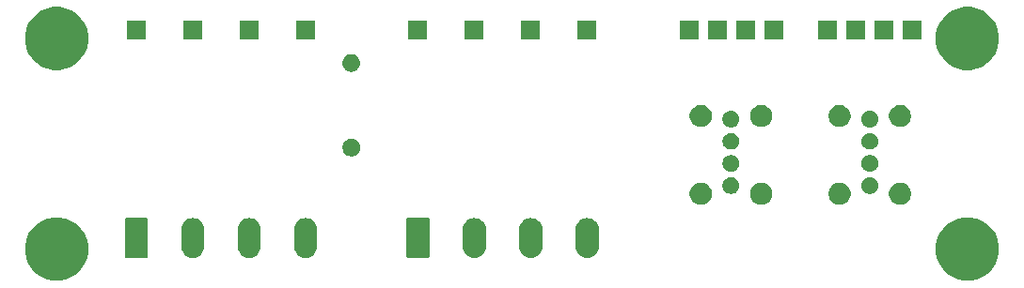
<source format=gbs>
G04 #@! TF.GenerationSoftware,KiCad,Pcbnew,(5.0.2)-1*
G04 #@! TF.CreationDate,2020-01-05T18:08:36+01:00*
G04 #@! TF.ProjectId,EleLab_v2_Frontpanel_a,456c654c-6162-45f7-9632-5f46726f6e74,rev?*
G04 #@! TF.SameCoordinates,Original*
G04 #@! TF.FileFunction,Soldermask,Bot*
G04 #@! TF.FilePolarity,Negative*
%FSLAX46Y46*%
G04 Gerber Fmt 4.6, Leading zero omitted, Abs format (unit mm)*
G04 Created by KiCad (PCBNEW (5.0.2)-1) date 05/01/2020 18:08:36*
%MOMM*%
%LPD*%
G01*
G04 APERTURE LIST*
%ADD10C,0.100000*%
G04 APERTURE END LIST*
D10*
G36*
X156831312Y-93259523D02*
X157349982Y-93474363D01*
X157816772Y-93786262D01*
X158213738Y-94183228D01*
X158525637Y-94650018D01*
X158740477Y-95168688D01*
X158850000Y-95719298D01*
X158850000Y-96280702D01*
X158740477Y-96831312D01*
X158525637Y-97349982D01*
X158213738Y-97816772D01*
X157816772Y-98213738D01*
X157349982Y-98525637D01*
X156831312Y-98740477D01*
X156280702Y-98850000D01*
X155719298Y-98850000D01*
X155168688Y-98740477D01*
X154650018Y-98525637D01*
X154183228Y-98213738D01*
X153786262Y-97816772D01*
X153474363Y-97349982D01*
X153259523Y-96831312D01*
X153150000Y-96280702D01*
X153150000Y-95719298D01*
X153259523Y-95168688D01*
X153474363Y-94650018D01*
X153786262Y-94183228D01*
X154183228Y-93786262D01*
X154650018Y-93474363D01*
X155168688Y-93259523D01*
X155719298Y-93150000D01*
X156280702Y-93150000D01*
X156831312Y-93259523D01*
X156831312Y-93259523D01*
G37*
G36*
X74831312Y-93259523D02*
X75349982Y-93474363D01*
X75816772Y-93786262D01*
X76213738Y-94183228D01*
X76525637Y-94650018D01*
X76740477Y-95168688D01*
X76850000Y-95719298D01*
X76850000Y-96280702D01*
X76740477Y-96831312D01*
X76525637Y-97349982D01*
X76213738Y-97816772D01*
X75816772Y-98213738D01*
X75349982Y-98525637D01*
X74831312Y-98740477D01*
X74280702Y-98850000D01*
X73719298Y-98850000D01*
X73168688Y-98740477D01*
X72650018Y-98525637D01*
X72183228Y-98213738D01*
X71786262Y-97816772D01*
X71474363Y-97349982D01*
X71259523Y-96831312D01*
X71150000Y-96280702D01*
X71150000Y-95719298D01*
X71259523Y-95168688D01*
X71474363Y-94650018D01*
X71786262Y-94183228D01*
X72183228Y-93786262D01*
X72650018Y-93474363D01*
X73168688Y-93259523D01*
X73719298Y-93150000D01*
X74280702Y-93150000D01*
X74831312Y-93259523D01*
X74831312Y-93259523D01*
G37*
G36*
X86468875Y-93215048D02*
X86664915Y-93274516D01*
X86845589Y-93371088D01*
X87003949Y-93501051D01*
X87003950Y-93501053D01*
X87003952Y-93501054D01*
X87044663Y-93550661D01*
X87133912Y-93659411D01*
X87230484Y-93840084D01*
X87289952Y-94036124D01*
X87305000Y-94188909D01*
X87305000Y-95811091D01*
X87289952Y-95963876D01*
X87230484Y-96159916D01*
X87133912Y-96340589D01*
X87003949Y-96498949D01*
X86845589Y-96628912D01*
X86664916Y-96725484D01*
X86468876Y-96784952D01*
X86265000Y-96805032D01*
X86061125Y-96784952D01*
X85865085Y-96725484D01*
X85684412Y-96628912D01*
X85526052Y-96498949D01*
X85396089Y-96340589D01*
X85299517Y-96159916D01*
X85280628Y-96097646D01*
X85240048Y-95963877D01*
X85225000Y-95811084D01*
X85225000Y-94188910D01*
X85240048Y-94036125D01*
X85299516Y-93840085D01*
X85396088Y-93659411D01*
X85526051Y-93501051D01*
X85526053Y-93501050D01*
X85526054Y-93501048D01*
X85588258Y-93449999D01*
X85684411Y-93371088D01*
X85865084Y-93274516D01*
X86061124Y-93215048D01*
X86265000Y-93194968D01*
X86468875Y-93215048D01*
X86468875Y-93215048D01*
G37*
G36*
X91548875Y-93215048D02*
X91744915Y-93274516D01*
X91925589Y-93371088D01*
X92083949Y-93501051D01*
X92083950Y-93501053D01*
X92083952Y-93501054D01*
X92124663Y-93550661D01*
X92213912Y-93659411D01*
X92310484Y-93840084D01*
X92369952Y-94036124D01*
X92385000Y-94188909D01*
X92385000Y-95811091D01*
X92369952Y-95963876D01*
X92310484Y-96159916D01*
X92213912Y-96340589D01*
X92083949Y-96498949D01*
X91925589Y-96628912D01*
X91744916Y-96725484D01*
X91548876Y-96784952D01*
X91345000Y-96805032D01*
X91141125Y-96784952D01*
X90945085Y-96725484D01*
X90764412Y-96628912D01*
X90606052Y-96498949D01*
X90476089Y-96340589D01*
X90379517Y-96159916D01*
X90360628Y-96097646D01*
X90320048Y-95963877D01*
X90305000Y-95811084D01*
X90305000Y-94188910D01*
X90320048Y-94036125D01*
X90379516Y-93840085D01*
X90476088Y-93659411D01*
X90606051Y-93501051D01*
X90606053Y-93501050D01*
X90606054Y-93501048D01*
X90668258Y-93449999D01*
X90764411Y-93371088D01*
X90945084Y-93274516D01*
X91141124Y-93215048D01*
X91345000Y-93194968D01*
X91548875Y-93215048D01*
X91548875Y-93215048D01*
G37*
G36*
X96628875Y-93215048D02*
X96824915Y-93274516D01*
X97005589Y-93371088D01*
X97163949Y-93501051D01*
X97163950Y-93501053D01*
X97163952Y-93501054D01*
X97204663Y-93550661D01*
X97293912Y-93659411D01*
X97390484Y-93840084D01*
X97449952Y-94036124D01*
X97465000Y-94188909D01*
X97465000Y-95811091D01*
X97449952Y-95963876D01*
X97390484Y-96159916D01*
X97293912Y-96340589D01*
X97163949Y-96498949D01*
X97005589Y-96628912D01*
X96824916Y-96725484D01*
X96628876Y-96784952D01*
X96425000Y-96805032D01*
X96221125Y-96784952D01*
X96025085Y-96725484D01*
X95844412Y-96628912D01*
X95686052Y-96498949D01*
X95556089Y-96340589D01*
X95459517Y-96159916D01*
X95440628Y-96097646D01*
X95400048Y-95963877D01*
X95385000Y-95811084D01*
X95385000Y-94188910D01*
X95400048Y-94036125D01*
X95459516Y-93840085D01*
X95556088Y-93659411D01*
X95686051Y-93501051D01*
X95686053Y-93501050D01*
X95686054Y-93501048D01*
X95748258Y-93449999D01*
X95844411Y-93371088D01*
X96025084Y-93274516D01*
X96221124Y-93215048D01*
X96425000Y-93194968D01*
X96628875Y-93215048D01*
X96628875Y-93215048D01*
G37*
G36*
X111813875Y-93215048D02*
X112009915Y-93274516D01*
X112190589Y-93371088D01*
X112348949Y-93501051D01*
X112348950Y-93501053D01*
X112348952Y-93501054D01*
X112389663Y-93550661D01*
X112478912Y-93659411D01*
X112575484Y-93840084D01*
X112634952Y-94036124D01*
X112650000Y-94188909D01*
X112650000Y-95811091D01*
X112634952Y-95963876D01*
X112575484Y-96159916D01*
X112478912Y-96340589D01*
X112348949Y-96498949D01*
X112190589Y-96628912D01*
X112009916Y-96725484D01*
X111813876Y-96784952D01*
X111610000Y-96805032D01*
X111406125Y-96784952D01*
X111210085Y-96725484D01*
X111029412Y-96628912D01*
X110871052Y-96498949D01*
X110741089Y-96340589D01*
X110644517Y-96159916D01*
X110625628Y-96097646D01*
X110585048Y-95963877D01*
X110570000Y-95811084D01*
X110570000Y-94188910D01*
X110585048Y-94036125D01*
X110644516Y-93840085D01*
X110741088Y-93659411D01*
X110871051Y-93501051D01*
X110871053Y-93501050D01*
X110871054Y-93501048D01*
X110933258Y-93449999D01*
X111029411Y-93371088D01*
X111210084Y-93274516D01*
X111406124Y-93215048D01*
X111610000Y-93194968D01*
X111813875Y-93215048D01*
X111813875Y-93215048D01*
G37*
G36*
X116893875Y-93215048D02*
X117089915Y-93274516D01*
X117270589Y-93371088D01*
X117428949Y-93501051D01*
X117428950Y-93501053D01*
X117428952Y-93501054D01*
X117469663Y-93550661D01*
X117558912Y-93659411D01*
X117655484Y-93840084D01*
X117714952Y-94036124D01*
X117730000Y-94188909D01*
X117730000Y-95811091D01*
X117714952Y-95963876D01*
X117655484Y-96159916D01*
X117558912Y-96340589D01*
X117428949Y-96498949D01*
X117270589Y-96628912D01*
X117089916Y-96725484D01*
X116893876Y-96784952D01*
X116690000Y-96805032D01*
X116486125Y-96784952D01*
X116290085Y-96725484D01*
X116109412Y-96628912D01*
X115951052Y-96498949D01*
X115821089Y-96340589D01*
X115724517Y-96159916D01*
X115705628Y-96097646D01*
X115665048Y-95963877D01*
X115650000Y-95811084D01*
X115650000Y-94188910D01*
X115665048Y-94036125D01*
X115724516Y-93840085D01*
X115821088Y-93659411D01*
X115951051Y-93501051D01*
X115951053Y-93501050D01*
X115951054Y-93501048D01*
X116013258Y-93449999D01*
X116109411Y-93371088D01*
X116290084Y-93274516D01*
X116486124Y-93215048D01*
X116690000Y-93194968D01*
X116893875Y-93215048D01*
X116893875Y-93215048D01*
G37*
G36*
X121973875Y-93215048D02*
X122169915Y-93274516D01*
X122350589Y-93371088D01*
X122508949Y-93501051D01*
X122508950Y-93501053D01*
X122508952Y-93501054D01*
X122549663Y-93550661D01*
X122638912Y-93659411D01*
X122735484Y-93840084D01*
X122794952Y-94036124D01*
X122810000Y-94188909D01*
X122810000Y-95811091D01*
X122794952Y-95963876D01*
X122735484Y-96159916D01*
X122638912Y-96340589D01*
X122508949Y-96498949D01*
X122350589Y-96628912D01*
X122169916Y-96725484D01*
X121973876Y-96784952D01*
X121770000Y-96805032D01*
X121566125Y-96784952D01*
X121370085Y-96725484D01*
X121189412Y-96628912D01*
X121031052Y-96498949D01*
X120901089Y-96340589D01*
X120804517Y-96159916D01*
X120785628Y-96097646D01*
X120745048Y-95963877D01*
X120730000Y-95811084D01*
X120730000Y-94188910D01*
X120745048Y-94036125D01*
X120804516Y-93840085D01*
X120901088Y-93659411D01*
X121031051Y-93501051D01*
X121031053Y-93501050D01*
X121031054Y-93501048D01*
X121093258Y-93449999D01*
X121189411Y-93371088D01*
X121370084Y-93274516D01*
X121566124Y-93215048D01*
X121770000Y-93194968D01*
X121973875Y-93215048D01*
X121973875Y-93215048D01*
G37*
G36*
X107445081Y-93203572D02*
X107474055Y-93212361D01*
X107500760Y-93226635D01*
X107524160Y-93245840D01*
X107543365Y-93269240D01*
X107557639Y-93295945D01*
X107566428Y-93324919D01*
X107570000Y-93361187D01*
X107570000Y-96638813D01*
X107566428Y-96675081D01*
X107557639Y-96704055D01*
X107543365Y-96730760D01*
X107524160Y-96754160D01*
X107500760Y-96773365D01*
X107474055Y-96787639D01*
X107445081Y-96796428D01*
X107408813Y-96800000D01*
X105651187Y-96800000D01*
X105614919Y-96796428D01*
X105585945Y-96787639D01*
X105559240Y-96773365D01*
X105535840Y-96754160D01*
X105516635Y-96730760D01*
X105502361Y-96704055D01*
X105493572Y-96675081D01*
X105490000Y-96638813D01*
X105490000Y-93361187D01*
X105493572Y-93324919D01*
X105502361Y-93295945D01*
X105516635Y-93269240D01*
X105535840Y-93245840D01*
X105559240Y-93226635D01*
X105585945Y-93212361D01*
X105614919Y-93203572D01*
X105651187Y-93200000D01*
X107408813Y-93200000D01*
X107445081Y-93203572D01*
X107445081Y-93203572D01*
G37*
G36*
X82100081Y-93203572D02*
X82129055Y-93212361D01*
X82155760Y-93226635D01*
X82179160Y-93245840D01*
X82198365Y-93269240D01*
X82212639Y-93295945D01*
X82221428Y-93324919D01*
X82225000Y-93361187D01*
X82225000Y-96638813D01*
X82221428Y-96675081D01*
X82212639Y-96704055D01*
X82198365Y-96730760D01*
X82179160Y-96754160D01*
X82155760Y-96773365D01*
X82129055Y-96787639D01*
X82100081Y-96796428D01*
X82063813Y-96800000D01*
X80306187Y-96800000D01*
X80269919Y-96796428D01*
X80240945Y-96787639D01*
X80214240Y-96773365D01*
X80190840Y-96754160D01*
X80171635Y-96730760D01*
X80157361Y-96704055D01*
X80148572Y-96675081D01*
X80145000Y-96638813D01*
X80145000Y-93361187D01*
X80148572Y-93324919D01*
X80157361Y-93295945D01*
X80171635Y-93269240D01*
X80190840Y-93245840D01*
X80214240Y-93226635D01*
X80240945Y-93212361D01*
X80269919Y-93203572D01*
X80306187Y-93200000D01*
X82063813Y-93200000D01*
X82100081Y-93203572D01*
X82100081Y-93203572D01*
G37*
G36*
X137615770Y-90015372D02*
X137731689Y-90038429D01*
X137913678Y-90113811D01*
X138077463Y-90223249D01*
X138216751Y-90362537D01*
X138326189Y-90526322D01*
X138401571Y-90708311D01*
X138440000Y-90901509D01*
X138440000Y-91098491D01*
X138401571Y-91291689D01*
X138326189Y-91473678D01*
X138216751Y-91637463D01*
X138077463Y-91776751D01*
X137913678Y-91886189D01*
X137731689Y-91961571D01*
X137615770Y-91984628D01*
X137538493Y-92000000D01*
X137341507Y-92000000D01*
X137264230Y-91984628D01*
X137148311Y-91961571D01*
X136966322Y-91886189D01*
X136802537Y-91776751D01*
X136663249Y-91637463D01*
X136553811Y-91473678D01*
X136478429Y-91291689D01*
X136440000Y-91098491D01*
X136440000Y-90901509D01*
X136478429Y-90708311D01*
X136553811Y-90526322D01*
X136663249Y-90362537D01*
X136802537Y-90223249D01*
X136966322Y-90113811D01*
X137148311Y-90038429D01*
X137264230Y-90015372D01*
X137341507Y-90000000D01*
X137538493Y-90000000D01*
X137615770Y-90015372D01*
X137615770Y-90015372D01*
G37*
G36*
X132175770Y-90015372D02*
X132291689Y-90038429D01*
X132473678Y-90113811D01*
X132637463Y-90223249D01*
X132776751Y-90362537D01*
X132886189Y-90526322D01*
X132961571Y-90708311D01*
X133000000Y-90901509D01*
X133000000Y-91098491D01*
X132961571Y-91291689D01*
X132886189Y-91473678D01*
X132776751Y-91637463D01*
X132637463Y-91776751D01*
X132473678Y-91886189D01*
X132291689Y-91961571D01*
X132175770Y-91984628D01*
X132098493Y-92000000D01*
X131901507Y-92000000D01*
X131824230Y-91984628D01*
X131708311Y-91961571D01*
X131526322Y-91886189D01*
X131362537Y-91776751D01*
X131223249Y-91637463D01*
X131113811Y-91473678D01*
X131038429Y-91291689D01*
X131000000Y-91098491D01*
X131000000Y-90901509D01*
X131038429Y-90708311D01*
X131113811Y-90526322D01*
X131223249Y-90362537D01*
X131362537Y-90223249D01*
X131526322Y-90113811D01*
X131708311Y-90038429D01*
X131824230Y-90015372D01*
X131901507Y-90000000D01*
X132098493Y-90000000D01*
X132175770Y-90015372D01*
X132175770Y-90015372D01*
G37*
G36*
X150115770Y-90015372D02*
X150231689Y-90038429D01*
X150413678Y-90113811D01*
X150577463Y-90223249D01*
X150716751Y-90362537D01*
X150826189Y-90526322D01*
X150901571Y-90708311D01*
X150940000Y-90901509D01*
X150940000Y-91098491D01*
X150901571Y-91291689D01*
X150826189Y-91473678D01*
X150716751Y-91637463D01*
X150577463Y-91776751D01*
X150413678Y-91886189D01*
X150231689Y-91961571D01*
X150115770Y-91984628D01*
X150038493Y-92000000D01*
X149841507Y-92000000D01*
X149764230Y-91984628D01*
X149648311Y-91961571D01*
X149466322Y-91886189D01*
X149302537Y-91776751D01*
X149163249Y-91637463D01*
X149053811Y-91473678D01*
X148978429Y-91291689D01*
X148940000Y-91098491D01*
X148940000Y-90901509D01*
X148978429Y-90708311D01*
X149053811Y-90526322D01*
X149163249Y-90362537D01*
X149302537Y-90223249D01*
X149466322Y-90113811D01*
X149648311Y-90038429D01*
X149764230Y-90015372D01*
X149841507Y-90000000D01*
X150038493Y-90000000D01*
X150115770Y-90015372D01*
X150115770Y-90015372D01*
G37*
G36*
X144675770Y-90015372D02*
X144791689Y-90038429D01*
X144973678Y-90113811D01*
X145137463Y-90223249D01*
X145276751Y-90362537D01*
X145386189Y-90526322D01*
X145461571Y-90708311D01*
X145500000Y-90901509D01*
X145500000Y-91098491D01*
X145461571Y-91291689D01*
X145386189Y-91473678D01*
X145276751Y-91637463D01*
X145137463Y-91776751D01*
X144973678Y-91886189D01*
X144791689Y-91961571D01*
X144675770Y-91984628D01*
X144598493Y-92000000D01*
X144401507Y-92000000D01*
X144324230Y-91984628D01*
X144208311Y-91961571D01*
X144026322Y-91886189D01*
X143862537Y-91776751D01*
X143723249Y-91637463D01*
X143613811Y-91473678D01*
X143538429Y-91291689D01*
X143500000Y-91098491D01*
X143500000Y-90901509D01*
X143538429Y-90708311D01*
X143613811Y-90526322D01*
X143723249Y-90362537D01*
X143862537Y-90223249D01*
X144026322Y-90113811D01*
X144208311Y-90038429D01*
X144324230Y-90015372D01*
X144401507Y-90000000D01*
X144598493Y-90000000D01*
X144675770Y-90015372D01*
X144675770Y-90015372D01*
G37*
G36*
X147366318Y-89534411D02*
X147438767Y-89548822D01*
X147495303Y-89572240D01*
X147575257Y-89605358D01*
X147698100Y-89687439D01*
X147802561Y-89791900D01*
X147884642Y-89914743D01*
X147941178Y-90051234D01*
X147970000Y-90196130D01*
X147970000Y-90343870D01*
X147941178Y-90488766D01*
X147884642Y-90625257D01*
X147802561Y-90748100D01*
X147698100Y-90852561D01*
X147575257Y-90934642D01*
X147495303Y-90967760D01*
X147438767Y-90991178D01*
X147366318Y-91005589D01*
X147293870Y-91020000D01*
X147146130Y-91020000D01*
X147073682Y-91005589D01*
X147001233Y-90991178D01*
X146944697Y-90967760D01*
X146864743Y-90934642D01*
X146741900Y-90852561D01*
X146637439Y-90748100D01*
X146555358Y-90625257D01*
X146498822Y-90488766D01*
X146470000Y-90343870D01*
X146470000Y-90196130D01*
X146498822Y-90051234D01*
X146555358Y-89914743D01*
X146637439Y-89791900D01*
X146741900Y-89687439D01*
X146864743Y-89605358D01*
X146944697Y-89572240D01*
X147001233Y-89548822D01*
X147073682Y-89534411D01*
X147146130Y-89520000D01*
X147293870Y-89520000D01*
X147366318Y-89534411D01*
X147366318Y-89534411D01*
G37*
G36*
X134866318Y-89534411D02*
X134938767Y-89548822D01*
X134995303Y-89572240D01*
X135075257Y-89605358D01*
X135198100Y-89687439D01*
X135302561Y-89791900D01*
X135384642Y-89914743D01*
X135441178Y-90051234D01*
X135470000Y-90196130D01*
X135470000Y-90343870D01*
X135441178Y-90488766D01*
X135384642Y-90625257D01*
X135302561Y-90748100D01*
X135198100Y-90852561D01*
X135075257Y-90934642D01*
X134995303Y-90967760D01*
X134938767Y-90991178D01*
X134866318Y-91005589D01*
X134793870Y-91020000D01*
X134646130Y-91020000D01*
X134573682Y-91005589D01*
X134501233Y-90991178D01*
X134444697Y-90967760D01*
X134364743Y-90934642D01*
X134241900Y-90852561D01*
X134137439Y-90748100D01*
X134055358Y-90625257D01*
X133998822Y-90488766D01*
X133970000Y-90343870D01*
X133970000Y-90196130D01*
X133998822Y-90051234D01*
X134055358Y-89914743D01*
X134137439Y-89791900D01*
X134241900Y-89687439D01*
X134364743Y-89605358D01*
X134444697Y-89572240D01*
X134501233Y-89548822D01*
X134573682Y-89534411D01*
X134646130Y-89520000D01*
X134793870Y-89520000D01*
X134866318Y-89534411D01*
X134866318Y-89534411D01*
G37*
G36*
X147366318Y-87534411D02*
X147438767Y-87548822D01*
X147495303Y-87572240D01*
X147575257Y-87605358D01*
X147698100Y-87687439D01*
X147802561Y-87791900D01*
X147884642Y-87914743D01*
X147941178Y-88051234D01*
X147970000Y-88196130D01*
X147970000Y-88343870D01*
X147941178Y-88488766D01*
X147884642Y-88625257D01*
X147802561Y-88748100D01*
X147698100Y-88852561D01*
X147575257Y-88934642D01*
X147495303Y-88967760D01*
X147438767Y-88991178D01*
X147366318Y-89005589D01*
X147293870Y-89020000D01*
X147146130Y-89020000D01*
X147073682Y-89005589D01*
X147001233Y-88991178D01*
X146944697Y-88967760D01*
X146864743Y-88934642D01*
X146741900Y-88852561D01*
X146637439Y-88748100D01*
X146555358Y-88625257D01*
X146498822Y-88488766D01*
X146470000Y-88343870D01*
X146470000Y-88196130D01*
X146498822Y-88051234D01*
X146555358Y-87914743D01*
X146637439Y-87791900D01*
X146741900Y-87687439D01*
X146864743Y-87605358D01*
X146944697Y-87572240D01*
X147001233Y-87548822D01*
X147073682Y-87534411D01*
X147146130Y-87520000D01*
X147293870Y-87520000D01*
X147366318Y-87534411D01*
X147366318Y-87534411D01*
G37*
G36*
X134866318Y-87534411D02*
X134938767Y-87548822D01*
X134995303Y-87572240D01*
X135075257Y-87605358D01*
X135198100Y-87687439D01*
X135302561Y-87791900D01*
X135384642Y-87914743D01*
X135441178Y-88051234D01*
X135470000Y-88196130D01*
X135470000Y-88343870D01*
X135441178Y-88488766D01*
X135384642Y-88625257D01*
X135302561Y-88748100D01*
X135198100Y-88852561D01*
X135075257Y-88934642D01*
X134995303Y-88967760D01*
X134938767Y-88991178D01*
X134866318Y-89005589D01*
X134793870Y-89020000D01*
X134646130Y-89020000D01*
X134573682Y-89005589D01*
X134501233Y-88991178D01*
X134444697Y-88967760D01*
X134364743Y-88934642D01*
X134241900Y-88852561D01*
X134137439Y-88748100D01*
X134055358Y-88625257D01*
X133998822Y-88488766D01*
X133970000Y-88343870D01*
X133970000Y-88196130D01*
X133998822Y-88051234D01*
X134055358Y-87914743D01*
X134137439Y-87791900D01*
X134241900Y-87687439D01*
X134364743Y-87605358D01*
X134444697Y-87572240D01*
X134501233Y-87548822D01*
X134573682Y-87534411D01*
X134646130Y-87520000D01*
X134793870Y-87520000D01*
X134866318Y-87534411D01*
X134866318Y-87534411D01*
G37*
G36*
X100768152Y-86066143D02*
X100913741Y-86126448D01*
X101044773Y-86214001D01*
X101156199Y-86325427D01*
X101243752Y-86456459D01*
X101304057Y-86602048D01*
X101334800Y-86756605D01*
X101334800Y-86914195D01*
X101304057Y-87068752D01*
X101243752Y-87214341D01*
X101156199Y-87345373D01*
X101044773Y-87456799D01*
X100913741Y-87544352D01*
X100768152Y-87604657D01*
X100613595Y-87635400D01*
X100456005Y-87635400D01*
X100301448Y-87604657D01*
X100155859Y-87544352D01*
X100024827Y-87456799D01*
X99913401Y-87345373D01*
X99825848Y-87214341D01*
X99765543Y-87068752D01*
X99734800Y-86914195D01*
X99734800Y-86756605D01*
X99765543Y-86602048D01*
X99825848Y-86456459D01*
X99913401Y-86325427D01*
X100024827Y-86214001D01*
X100155859Y-86126448D01*
X100301448Y-86066143D01*
X100456005Y-86035400D01*
X100613595Y-86035400D01*
X100768152Y-86066143D01*
X100768152Y-86066143D01*
G37*
G36*
X147366318Y-85534411D02*
X147438767Y-85548822D01*
X147495303Y-85572240D01*
X147575257Y-85605358D01*
X147698100Y-85687439D01*
X147802561Y-85791900D01*
X147884642Y-85914743D01*
X147917760Y-85994697D01*
X147934620Y-86035400D01*
X147941178Y-86051234D01*
X147970000Y-86196130D01*
X147970000Y-86343870D01*
X147941178Y-86488766D01*
X147884642Y-86625257D01*
X147802561Y-86748100D01*
X147698100Y-86852561D01*
X147575257Y-86934642D01*
X147495303Y-86967760D01*
X147438767Y-86991178D01*
X147366318Y-87005589D01*
X147293870Y-87020000D01*
X147146130Y-87020000D01*
X147073682Y-87005589D01*
X147001233Y-86991178D01*
X146944697Y-86967760D01*
X146864743Y-86934642D01*
X146741900Y-86852561D01*
X146637439Y-86748100D01*
X146555358Y-86625257D01*
X146498822Y-86488766D01*
X146470000Y-86343870D01*
X146470000Y-86196130D01*
X146498822Y-86051234D01*
X146505381Y-86035400D01*
X146522240Y-85994697D01*
X146555358Y-85914743D01*
X146637439Y-85791900D01*
X146741900Y-85687439D01*
X146864743Y-85605358D01*
X146944697Y-85572240D01*
X147001233Y-85548822D01*
X147073682Y-85534411D01*
X147146130Y-85520000D01*
X147293870Y-85520000D01*
X147366318Y-85534411D01*
X147366318Y-85534411D01*
G37*
G36*
X134866318Y-85534411D02*
X134938767Y-85548822D01*
X134995303Y-85572240D01*
X135075257Y-85605358D01*
X135198100Y-85687439D01*
X135302561Y-85791900D01*
X135384642Y-85914743D01*
X135417760Y-85994697D01*
X135434620Y-86035400D01*
X135441178Y-86051234D01*
X135470000Y-86196130D01*
X135470000Y-86343870D01*
X135441178Y-86488766D01*
X135384642Y-86625257D01*
X135302561Y-86748100D01*
X135198100Y-86852561D01*
X135075257Y-86934642D01*
X134995303Y-86967760D01*
X134938767Y-86991178D01*
X134866318Y-87005589D01*
X134793870Y-87020000D01*
X134646130Y-87020000D01*
X134573682Y-87005589D01*
X134501233Y-86991178D01*
X134444697Y-86967760D01*
X134364743Y-86934642D01*
X134241900Y-86852561D01*
X134137439Y-86748100D01*
X134055358Y-86625257D01*
X133998822Y-86488766D01*
X133970000Y-86343870D01*
X133970000Y-86196130D01*
X133998822Y-86051234D01*
X134005381Y-86035400D01*
X134022240Y-85994697D01*
X134055358Y-85914743D01*
X134137439Y-85791900D01*
X134241900Y-85687439D01*
X134364743Y-85605358D01*
X134444697Y-85572240D01*
X134501233Y-85548822D01*
X134573682Y-85534411D01*
X134646130Y-85520000D01*
X134793870Y-85520000D01*
X134866318Y-85534411D01*
X134866318Y-85534411D01*
G37*
G36*
X134825652Y-83526322D02*
X134938767Y-83548822D01*
X134995303Y-83572240D01*
X135075257Y-83605358D01*
X135198100Y-83687439D01*
X135302561Y-83791900D01*
X135384642Y-83914743D01*
X135441178Y-84051234D01*
X135470000Y-84196130D01*
X135470000Y-84343870D01*
X135441178Y-84488766D01*
X135384642Y-84625257D01*
X135302561Y-84748100D01*
X135198100Y-84852561D01*
X135075257Y-84934642D01*
X135010244Y-84961571D01*
X134938767Y-84991178D01*
X134866318Y-85005589D01*
X134793870Y-85020000D01*
X134646130Y-85020000D01*
X134573682Y-85005589D01*
X134501233Y-84991178D01*
X134429756Y-84961571D01*
X134364743Y-84934642D01*
X134241900Y-84852561D01*
X134137439Y-84748100D01*
X134055358Y-84625257D01*
X133998822Y-84488766D01*
X133970000Y-84343870D01*
X133970000Y-84196130D01*
X133998822Y-84051234D01*
X134055358Y-83914743D01*
X134137439Y-83791900D01*
X134241900Y-83687439D01*
X134364743Y-83605358D01*
X134444697Y-83572240D01*
X134501233Y-83548822D01*
X134614348Y-83526322D01*
X134646130Y-83520000D01*
X134793870Y-83520000D01*
X134825652Y-83526322D01*
X134825652Y-83526322D01*
G37*
G36*
X147325652Y-83526322D02*
X147438767Y-83548822D01*
X147495303Y-83572240D01*
X147575257Y-83605358D01*
X147698100Y-83687439D01*
X147802561Y-83791900D01*
X147884642Y-83914743D01*
X147941178Y-84051234D01*
X147970000Y-84196130D01*
X147970000Y-84343870D01*
X147941178Y-84488766D01*
X147884642Y-84625257D01*
X147802561Y-84748100D01*
X147698100Y-84852561D01*
X147575257Y-84934642D01*
X147510244Y-84961571D01*
X147438767Y-84991178D01*
X147366318Y-85005589D01*
X147293870Y-85020000D01*
X147146130Y-85020000D01*
X147073682Y-85005589D01*
X147001233Y-84991178D01*
X146929756Y-84961571D01*
X146864743Y-84934642D01*
X146741900Y-84852561D01*
X146637439Y-84748100D01*
X146555358Y-84625257D01*
X146498822Y-84488766D01*
X146470000Y-84343870D01*
X146470000Y-84196130D01*
X146498822Y-84051234D01*
X146555358Y-83914743D01*
X146637439Y-83791900D01*
X146741900Y-83687439D01*
X146864743Y-83605358D01*
X146944697Y-83572240D01*
X147001233Y-83548822D01*
X147114348Y-83526322D01*
X147146130Y-83520000D01*
X147293870Y-83520000D01*
X147325652Y-83526322D01*
X147325652Y-83526322D01*
G37*
G36*
X137615770Y-83015372D02*
X137731689Y-83038429D01*
X137913678Y-83113811D01*
X138077463Y-83223249D01*
X138216751Y-83362537D01*
X138326189Y-83526322D01*
X138401571Y-83708311D01*
X138440000Y-83901509D01*
X138440000Y-84098491D01*
X138401571Y-84291689D01*
X138326189Y-84473678D01*
X138216751Y-84637463D01*
X138077463Y-84776751D01*
X137913678Y-84886189D01*
X137731689Y-84961571D01*
X137615770Y-84984628D01*
X137538493Y-85000000D01*
X137341507Y-85000000D01*
X137264230Y-84984628D01*
X137148311Y-84961571D01*
X136966322Y-84886189D01*
X136802537Y-84776751D01*
X136663249Y-84637463D01*
X136553811Y-84473678D01*
X136478429Y-84291689D01*
X136440000Y-84098491D01*
X136440000Y-83901509D01*
X136478429Y-83708311D01*
X136553811Y-83526322D01*
X136663249Y-83362537D01*
X136802537Y-83223249D01*
X136966322Y-83113811D01*
X137148311Y-83038429D01*
X137264230Y-83015372D01*
X137341507Y-83000000D01*
X137538493Y-83000000D01*
X137615770Y-83015372D01*
X137615770Y-83015372D01*
G37*
G36*
X150115770Y-83015372D02*
X150231689Y-83038429D01*
X150413678Y-83113811D01*
X150577463Y-83223249D01*
X150716751Y-83362537D01*
X150826189Y-83526322D01*
X150901571Y-83708311D01*
X150940000Y-83901509D01*
X150940000Y-84098491D01*
X150901571Y-84291689D01*
X150826189Y-84473678D01*
X150716751Y-84637463D01*
X150577463Y-84776751D01*
X150413678Y-84886189D01*
X150231689Y-84961571D01*
X150115770Y-84984628D01*
X150038493Y-85000000D01*
X149841507Y-85000000D01*
X149764230Y-84984628D01*
X149648311Y-84961571D01*
X149466322Y-84886189D01*
X149302537Y-84776751D01*
X149163249Y-84637463D01*
X149053811Y-84473678D01*
X148978429Y-84291689D01*
X148940000Y-84098491D01*
X148940000Y-83901509D01*
X148978429Y-83708311D01*
X149053811Y-83526322D01*
X149163249Y-83362537D01*
X149302537Y-83223249D01*
X149466322Y-83113811D01*
X149648311Y-83038429D01*
X149764230Y-83015372D01*
X149841507Y-83000000D01*
X150038493Y-83000000D01*
X150115770Y-83015372D01*
X150115770Y-83015372D01*
G37*
G36*
X132175770Y-83015372D02*
X132291689Y-83038429D01*
X132473678Y-83113811D01*
X132637463Y-83223249D01*
X132776751Y-83362537D01*
X132886189Y-83526322D01*
X132961571Y-83708311D01*
X133000000Y-83901509D01*
X133000000Y-84098491D01*
X132961571Y-84291689D01*
X132886189Y-84473678D01*
X132776751Y-84637463D01*
X132637463Y-84776751D01*
X132473678Y-84886189D01*
X132291689Y-84961571D01*
X132175770Y-84984628D01*
X132098493Y-85000000D01*
X131901507Y-85000000D01*
X131824230Y-84984628D01*
X131708311Y-84961571D01*
X131526322Y-84886189D01*
X131362537Y-84776751D01*
X131223249Y-84637463D01*
X131113811Y-84473678D01*
X131038429Y-84291689D01*
X131000000Y-84098491D01*
X131000000Y-83901509D01*
X131038429Y-83708311D01*
X131113811Y-83526322D01*
X131223249Y-83362537D01*
X131362537Y-83223249D01*
X131526322Y-83113811D01*
X131708311Y-83038429D01*
X131824230Y-83015372D01*
X131901507Y-83000000D01*
X132098493Y-83000000D01*
X132175770Y-83015372D01*
X132175770Y-83015372D01*
G37*
G36*
X144675770Y-83015372D02*
X144791689Y-83038429D01*
X144973678Y-83113811D01*
X145137463Y-83223249D01*
X145276751Y-83362537D01*
X145386189Y-83526322D01*
X145461571Y-83708311D01*
X145500000Y-83901509D01*
X145500000Y-84098491D01*
X145461571Y-84291689D01*
X145386189Y-84473678D01*
X145276751Y-84637463D01*
X145137463Y-84776751D01*
X144973678Y-84886189D01*
X144791689Y-84961571D01*
X144675770Y-84984628D01*
X144598493Y-85000000D01*
X144401507Y-85000000D01*
X144324230Y-84984628D01*
X144208311Y-84961571D01*
X144026322Y-84886189D01*
X143862537Y-84776751D01*
X143723249Y-84637463D01*
X143613811Y-84473678D01*
X143538429Y-84291689D01*
X143500000Y-84098491D01*
X143500000Y-83901509D01*
X143538429Y-83708311D01*
X143613811Y-83526322D01*
X143723249Y-83362537D01*
X143862537Y-83223249D01*
X144026322Y-83113811D01*
X144208311Y-83038429D01*
X144324230Y-83015372D01*
X144401507Y-83000000D01*
X144598493Y-83000000D01*
X144675770Y-83015372D01*
X144675770Y-83015372D01*
G37*
G36*
X100652449Y-78423117D02*
X100691627Y-78426976D01*
X100767027Y-78449848D01*
X100842429Y-78472721D01*
X100981408Y-78547008D01*
X101103222Y-78646978D01*
X101203192Y-78768792D01*
X101277479Y-78907771D01*
X101323224Y-79058574D01*
X101338670Y-79215400D01*
X101323224Y-79372226D01*
X101277479Y-79523029D01*
X101203192Y-79662008D01*
X101103222Y-79783822D01*
X100981408Y-79883792D01*
X100842429Y-79958079D01*
X100767027Y-79980952D01*
X100691627Y-80003824D01*
X100652449Y-80007683D01*
X100574095Y-80015400D01*
X100495505Y-80015400D01*
X100417151Y-80007683D01*
X100377973Y-80003824D01*
X100302573Y-79980952D01*
X100227171Y-79958079D01*
X100088192Y-79883792D01*
X99966378Y-79783822D01*
X99866408Y-79662008D01*
X99792121Y-79523029D01*
X99746376Y-79372226D01*
X99730930Y-79215400D01*
X99746376Y-79058574D01*
X99792121Y-78907771D01*
X99866408Y-78768792D01*
X99966378Y-78646978D01*
X100088192Y-78547008D01*
X100227171Y-78472721D01*
X100302572Y-78449849D01*
X100377973Y-78426976D01*
X100417151Y-78423117D01*
X100495505Y-78415400D01*
X100574095Y-78415400D01*
X100652449Y-78423117D01*
X100652449Y-78423117D01*
G37*
G36*
X74831312Y-74259523D02*
X75349982Y-74474363D01*
X75816772Y-74786262D01*
X76213738Y-75183228D01*
X76525637Y-75650018D01*
X76740477Y-76168688D01*
X76850000Y-76719298D01*
X76850000Y-77280702D01*
X76740477Y-77831312D01*
X76525637Y-78349982D01*
X76213738Y-78816772D01*
X75816772Y-79213738D01*
X75349982Y-79525637D01*
X74831312Y-79740477D01*
X74280702Y-79850000D01*
X73719298Y-79850000D01*
X73168688Y-79740477D01*
X72650018Y-79525637D01*
X72183228Y-79213738D01*
X71786262Y-78816772D01*
X71474363Y-78349982D01*
X71259523Y-77831312D01*
X71150000Y-77280702D01*
X71150000Y-76719298D01*
X71259523Y-76168688D01*
X71474363Y-75650018D01*
X71786262Y-75183228D01*
X72183228Y-74786262D01*
X72650018Y-74474363D01*
X73168688Y-74259523D01*
X73719298Y-74150000D01*
X74280702Y-74150000D01*
X74831312Y-74259523D01*
X74831312Y-74259523D01*
G37*
G36*
X156831312Y-74259523D02*
X157349982Y-74474363D01*
X157816772Y-74786262D01*
X158213738Y-75183228D01*
X158525637Y-75650018D01*
X158740477Y-76168688D01*
X158850000Y-76719298D01*
X158850000Y-77280702D01*
X158740477Y-77831312D01*
X158525637Y-78349982D01*
X158213738Y-78816772D01*
X157816772Y-79213738D01*
X157349982Y-79525637D01*
X156831312Y-79740477D01*
X156280702Y-79850000D01*
X155719298Y-79850000D01*
X155168688Y-79740477D01*
X154650018Y-79525637D01*
X154183228Y-79213738D01*
X153786262Y-78816772D01*
X153474363Y-78349982D01*
X153259523Y-77831312D01*
X153150000Y-77280702D01*
X153150000Y-76719298D01*
X153259523Y-76168688D01*
X153474363Y-75650018D01*
X153786262Y-75183228D01*
X154183228Y-74786262D01*
X154650018Y-74474363D01*
X155168688Y-74259523D01*
X155719298Y-74150000D01*
X156280702Y-74150000D01*
X156831312Y-74259523D01*
X156831312Y-74259523D01*
G37*
G36*
X82035000Y-77050000D02*
X80335000Y-77050000D01*
X80335000Y-75350000D01*
X82035000Y-75350000D01*
X82035000Y-77050000D01*
X82035000Y-77050000D01*
G37*
G36*
X151886000Y-77050000D02*
X150186000Y-77050000D01*
X150186000Y-75350000D01*
X151886000Y-75350000D01*
X151886000Y-77050000D01*
X151886000Y-77050000D01*
G37*
G36*
X149346000Y-77050000D02*
X147646000Y-77050000D01*
X147646000Y-75350000D01*
X149346000Y-75350000D01*
X149346000Y-77050000D01*
X149346000Y-77050000D01*
G37*
G36*
X146806000Y-77050000D02*
X145106000Y-77050000D01*
X145106000Y-75350000D01*
X146806000Y-75350000D01*
X146806000Y-77050000D01*
X146806000Y-77050000D01*
G37*
G36*
X144266000Y-77050000D02*
X142566000Y-77050000D01*
X142566000Y-75350000D01*
X144266000Y-75350000D01*
X144266000Y-77050000D01*
X144266000Y-77050000D01*
G37*
G36*
X139400000Y-77050000D02*
X137700000Y-77050000D01*
X137700000Y-75350000D01*
X139400000Y-75350000D01*
X139400000Y-77050000D01*
X139400000Y-77050000D01*
G37*
G36*
X136860000Y-77050000D02*
X135160000Y-77050000D01*
X135160000Y-75350000D01*
X136860000Y-75350000D01*
X136860000Y-77050000D01*
X136860000Y-77050000D01*
G37*
G36*
X134320000Y-77050000D02*
X132620000Y-77050000D01*
X132620000Y-75350000D01*
X134320000Y-75350000D01*
X134320000Y-77050000D01*
X134320000Y-77050000D01*
G37*
G36*
X131780000Y-77050000D02*
X130080000Y-77050000D01*
X130080000Y-75350000D01*
X131780000Y-75350000D01*
X131780000Y-77050000D01*
X131780000Y-77050000D01*
G37*
G36*
X122620000Y-77050000D02*
X120920000Y-77050000D01*
X120920000Y-75350000D01*
X122620000Y-75350000D01*
X122620000Y-77050000D01*
X122620000Y-77050000D01*
G37*
G36*
X117540000Y-77050000D02*
X115840000Y-77050000D01*
X115840000Y-75350000D01*
X117540000Y-75350000D01*
X117540000Y-77050000D01*
X117540000Y-77050000D01*
G37*
G36*
X112460000Y-77050000D02*
X110760000Y-77050000D01*
X110760000Y-75350000D01*
X112460000Y-75350000D01*
X112460000Y-77050000D01*
X112460000Y-77050000D01*
G37*
G36*
X107380000Y-77050000D02*
X105680000Y-77050000D01*
X105680000Y-75350000D01*
X107380000Y-75350000D01*
X107380000Y-77050000D01*
X107380000Y-77050000D01*
G37*
G36*
X97275000Y-77050000D02*
X95575000Y-77050000D01*
X95575000Y-75350000D01*
X97275000Y-75350000D01*
X97275000Y-77050000D01*
X97275000Y-77050000D01*
G37*
G36*
X87115000Y-77050000D02*
X85415000Y-77050000D01*
X85415000Y-75350000D01*
X87115000Y-75350000D01*
X87115000Y-77050000D01*
X87115000Y-77050000D01*
G37*
G36*
X92195000Y-77050000D02*
X90495000Y-77050000D01*
X90495000Y-75350000D01*
X92195000Y-75350000D01*
X92195000Y-77050000D01*
X92195000Y-77050000D01*
G37*
M02*

</source>
